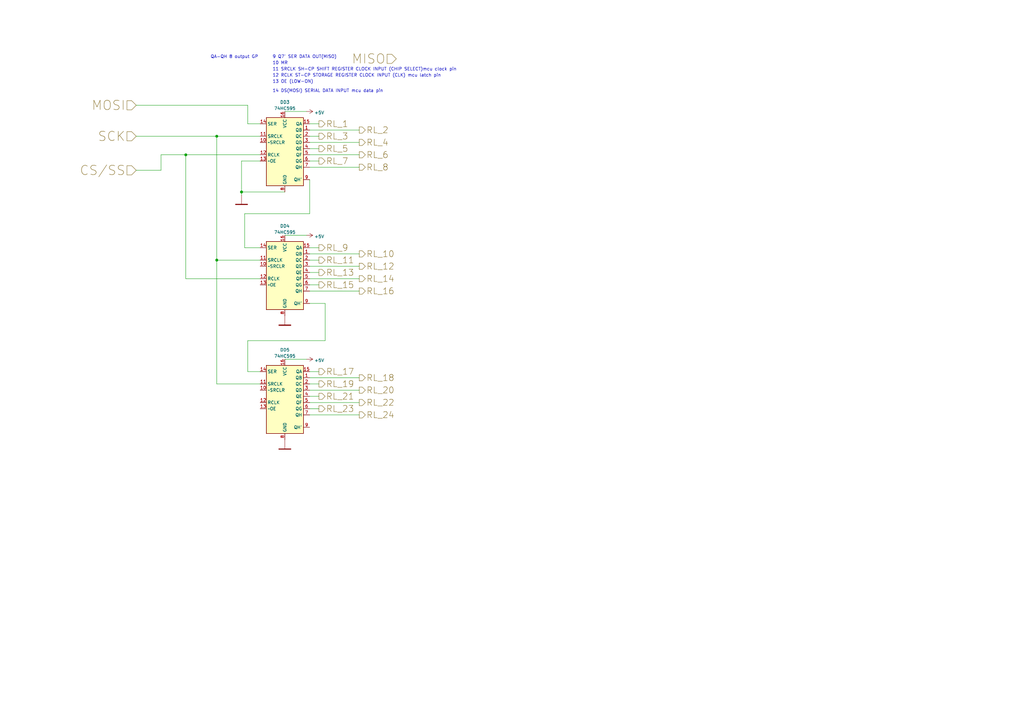
<source format=kicad_sch>
(kicad_sch (version 20210621) (generator eeschema)

  (uuid f3e9d218-bfa9-47e0-86eb-88e767012ce2)

  (paper "A3")

  (lib_symbols
    (symbol "[LTM][Power]:GND" (power) (pin_numbers hide) (pin_names (offset 0) hide) (in_bom yes) (on_board yes)
      (property "Reference" "#PWR" (id 0) (at 0 1.27 0)
        (effects (font (size 1.524 1.524)) hide)
      )
      (property "Value" "GND" (id 1) (at 0 -6.35 0)
        (effects (font (size 2.54 2.54) italic) hide)
      )
      (property "Footprint" "" (id 2) (at 0 0 0)
        (effects (font (size 1.524 1.524)))
      )
      (property "Datasheet" "" (id 3) (at 0 0 0)
        (effects (font (size 1.524 1.524)) hide)
      )
      (symbol "GND_0_1"
        (rectangle (start -2.4892 -3.683) (end 2.4892 -3.9878)
          (stroke (width 0)) (fill (type outline))
        )
        (polyline
          (pts
            (xy 0 0)
            (xy 0 -3.81)
          )
          (stroke (width 0)) (fill (type none))
        )
      )
      (symbol "GND_1_1"
        (pin power_in line (at 0 0 270) (length 0) hide
          (name "GND" (effects (font (size 1.27 1.27))))
          (number "1" (effects (font (size 1.27 1.27))))
        )
      )
    )
    (symbol "my_Library:74HC595" (in_bom yes) (on_board yes)
      (property "Reference" "DD" (id 0) (at 0 19.05 0)
        (effects (font (size 1.27 1.27)))
      )
      (property "Value" "74HC595" (id 1) (at 0 16.51 0)
        (effects (font (size 1.27 1.27)))
      )
      (property "Footprint" "my_Library_ftprint:DIP-16_W7.62mm_Socket_LongPads" (id 2) (at 0 0 0)
        (effects (font (size 1.27 1.27)) hide)
      )
      (property "Datasheet" "http://www.ti.com/lit/ds/symlink/sn74hc595.pdf" (id 3) (at 0 0 0)
        (effects (font (size 1.27 1.27)) hide)
      )
      (property "ki_keywords" "HCMOS SR 3State" (id 4) (at 0 0 0)
        (effects (font (size 1.27 1.27)) hide)
      )
      (property "ki_description" "8-bit serial in/out Shift Register 3-State Outputs" (id 5) (at 0 0 0)
        (effects (font (size 1.27 1.27)) hide)
      )
      (property "ki_fp_filters" "DIP*W7.62mm* SOIC*3.9x9.9mm*P1.27mm* TSSOP*4.4x5mm*P0.65mm* SOIC*5.3x10.2mm*P1.27mm* SOIC*7.5x10.3mm*P1.27mm*" (id 6) (at 0 0 0)
        (effects (font (size 1.27 1.27)) hide)
      )
      (symbol "74HC595_1_0"
        (pin tri_state line (at 10.16 7.62 180) (length 2.54)
          (name "QB" (effects (font (size 1.27 1.27))))
          (number "1" (effects (font (size 1.27 1.27))))
        )
        (pin input line (at -10.16 2.54 0) (length 2.54)
          (name "~SRCLR" (effects (font (size 1.27 1.27))))
          (number "10" (effects (font (size 1.27 1.27))))
        )
        (pin input line (at -10.16 5.08 0) (length 2.54)
          (name "SRCLK" (effects (font (size 1.27 1.27))))
          (number "11" (effects (font (size 1.27 1.27))))
        )
        (pin input line (at -10.16 -2.54 0) (length 2.54)
          (name "RCLK" (effects (font (size 1.27 1.27))))
          (number "12" (effects (font (size 1.27 1.27))))
        )
        (pin input line (at -10.16 -5.08 0) (length 2.54)
          (name "~OE" (effects (font (size 1.27 1.27))))
          (number "13" (effects (font (size 1.27 1.27))))
        )
        (pin input line (at -10.16 10.16 0) (length 2.54)
          (name "SER" (effects (font (size 1.27 1.27))))
          (number "14" (effects (font (size 1.27 1.27))))
        )
        (pin tri_state line (at 10.16 10.16 180) (length 2.54)
          (name "QA" (effects (font (size 1.27 1.27))))
          (number "15" (effects (font (size 1.27 1.27))))
        )
        (pin power_in line (at 0 15.24 270) (length 2.54)
          (name "VCC" (effects (font (size 1.27 1.27))))
          (number "16" (effects (font (size 1.27 1.27))))
        )
        (pin tri_state line (at 10.16 5.08 180) (length 2.54)
          (name "QC" (effects (font (size 1.27 1.27))))
          (number "2" (effects (font (size 1.27 1.27))))
        )
        (pin tri_state line (at 10.16 2.54 180) (length 2.54)
          (name "QD" (effects (font (size 1.27 1.27))))
          (number "3" (effects (font (size 1.27 1.27))))
        )
        (pin tri_state line (at 10.16 0 180) (length 2.54)
          (name "QE" (effects (font (size 1.27 1.27))))
          (number "4" (effects (font (size 1.27 1.27))))
        )
        (pin tri_state line (at 10.16 -2.54 180) (length 2.54)
          (name "QF" (effects (font (size 1.27 1.27))))
          (number "5" (effects (font (size 1.27 1.27))))
        )
        (pin tri_state line (at 10.16 -5.08 180) (length 2.54)
          (name "QG" (effects (font (size 1.27 1.27))))
          (number "6" (effects (font (size 1.27 1.27))))
        )
        (pin tri_state line (at 10.16 -7.62 180) (length 2.54)
          (name "QH" (effects (font (size 1.27 1.27))))
          (number "7" (effects (font (size 1.27 1.27))))
        )
        (pin power_in line (at 0 -17.78 90) (length 2.54)
          (name "GND" (effects (font (size 1.27 1.27))))
          (number "8" (effects (font (size 1.27 1.27))))
        )
        (pin output line (at 10.16 -12.7 180) (length 2.54)
          (name "QH'" (effects (font (size 1.27 1.27))))
          (number "9" (effects (font (size 1.27 1.27))))
        )
      )
      (symbol "74HC595_1_1"
        (rectangle (start -7.62 12.7) (end 7.62 -15.24)
          (stroke (width 0.254)) (fill (type background))
        )
      )
    )
    (symbol "power:+5V" (power) (pin_names (offset 0)) (in_bom yes) (on_board yes)
      (property "Reference" "#PWR" (id 0) (at 0 -3.81 0)
        (effects (font (size 1.27 1.27)) hide)
      )
      (property "Value" "+5V" (id 1) (at 0 3.556 0)
        (effects (font (size 1.27 1.27)))
      )
      (property "Footprint" "" (id 2) (at 0 0 0)
        (effects (font (size 1.27 1.27)) hide)
      )
      (property "Datasheet" "" (id 3) (at 0 0 0)
        (effects (font (size 1.27 1.27)) hide)
      )
      (property "ki_keywords" "power-flag" (id 4) (at 0 0 0)
        (effects (font (size 1.27 1.27)) hide)
      )
      (property "ki_description" "Power symbol creates a global label with name \"+5V\"" (id 5) (at 0 0 0)
        (effects (font (size 1.27 1.27)) hide)
      )
      (symbol "+5V_0_1"
        (polyline
          (pts
            (xy -0.762 1.27)
            (xy 0 2.54)
          )
          (stroke (width 0)) (fill (type none))
        )
        (polyline
          (pts
            (xy 0 0)
            (xy 0 2.54)
          )
          (stroke (width 0)) (fill (type none))
        )
        (polyline
          (pts
            (xy 0 2.54)
            (xy 0.762 1.27)
          )
          (stroke (width 0)) (fill (type none))
        )
      )
      (symbol "+5V_1_1"
        (pin power_in line (at 0 0 90) (length 0) hide
          (name "+5V" (effects (font (size 1.27 1.27))))
          (number "1" (effects (font (size 1.27 1.27))))
        )
      )
    )
  )

  (junction (at 76.2 63.5) (diameter 1.016) (color 0 0 0 0))
  (junction (at 88.9 55.88) (diameter 1.016) (color 0 0 0 0))
  (junction (at 88.9 106.68) (diameter 1.016) (color 0 0 0 0))
  (junction (at 99.06 78.74) (diameter 1.016) (color 0 0 0 0))

  (wire (pts (xy 55.88 43.18) (xy 101.6 43.18))
    (stroke (width 0) (type solid) (color 0 0 0 0))
    (uuid d0c3b84a-499a-40be-950c-a8d77fcbc047)
  )
  (wire (pts (xy 55.88 55.88) (xy 88.9 55.88))
    (stroke (width 0) (type solid) (color 0 0 0 0))
    (uuid c970506d-5dcb-4a17-af73-e3a70a931e5a)
  )
  (wire (pts (xy 55.88 69.85) (xy 66.04 69.85))
    (stroke (width 0) (type solid) (color 0 0 0 0))
    (uuid e863bb6f-cdad-4231-92a8-e107067b3fda)
  )
  (wire (pts (xy 66.04 63.5) (xy 66.04 69.85))
    (stroke (width 0) (type solid) (color 0 0 0 0))
    (uuid e863bb6f-cdad-4231-92a8-e107067b3fda)
  )
  (wire (pts (xy 76.2 63.5) (xy 66.04 63.5))
    (stroke (width 0) (type solid) (color 0 0 0 0))
    (uuid 3410836d-743a-4730-9e6b-508c7a36f56b)
  )
  (wire (pts (xy 76.2 63.5) (xy 76.2 114.3))
    (stroke (width 0) (type solid) (color 0 0 0 0))
    (uuid 5f2ce5ae-a6e2-439e-bca2-a14c877a8d16)
  )
  (wire (pts (xy 76.2 114.3) (xy 106.68 114.3))
    (stroke (width 0) (type solid) (color 0 0 0 0))
    (uuid 5f2ce5ae-a6e2-439e-bca2-a14c877a8d16)
  )
  (wire (pts (xy 88.9 55.88) (xy 88.9 106.68))
    (stroke (width 0) (type solid) (color 0 0 0 0))
    (uuid aaff0f9a-a3ec-4e26-95ba-30dc14da5f15)
  )
  (wire (pts (xy 88.9 55.88) (xy 106.68 55.88))
    (stroke (width 0) (type solid) (color 0 0 0 0))
    (uuid c970506d-5dcb-4a17-af73-e3a70a931e5a)
  )
  (wire (pts (xy 88.9 106.68) (xy 88.9 157.48))
    (stroke (width 0) (type solid) (color 0 0 0 0))
    (uuid 7d1322fe-7a9b-4974-b780-ad66de30368d)
  )
  (wire (pts (xy 88.9 106.68) (xy 106.68 106.68))
    (stroke (width 0) (type solid) (color 0 0 0 0))
    (uuid aaff0f9a-a3ec-4e26-95ba-30dc14da5f15)
  )
  (wire (pts (xy 88.9 157.48) (xy 106.68 157.48))
    (stroke (width 0) (type solid) (color 0 0 0 0))
    (uuid 7d1322fe-7a9b-4974-b780-ad66de30368d)
  )
  (wire (pts (xy 99.06 66.04) (xy 99.06 78.74))
    (stroke (width 0) (type solid) (color 0 0 0 0))
    (uuid d72e4527-46de-4374-8887-0ae2f1226920)
  )
  (wire (pts (xy 99.06 78.74) (xy 99.06 80.01))
    (stroke (width 0) (type solid) (color 0 0 0 0))
    (uuid d72e4527-46de-4374-8887-0ae2f1226920)
  )
  (wire (pts (xy 99.06 78.74) (xy 116.84 78.74))
    (stroke (width 0) (type solid) (color 0 0 0 0))
    (uuid b35db7d5-4699-41f5-b2a8-cbb39539178c)
  )
  (wire (pts (xy 100.33 87.63) (xy 100.33 101.6))
    (stroke (width 0) (type solid) (color 0 0 0 0))
    (uuid 7cc71f8d-1892-466f-a84e-be98c1a09980)
  )
  (wire (pts (xy 100.33 87.63) (xy 127 87.63))
    (stroke (width 0) (type solid) (color 0 0 0 0))
    (uuid a360568a-a883-4be3-b5fb-a54d432bbcb6)
  )
  (wire (pts (xy 100.33 101.6) (xy 106.68 101.6))
    (stroke (width 0) (type solid) (color 0 0 0 0))
    (uuid d154373a-5f86-47b4-83a1-2b7d756b18b1)
  )
  (wire (pts (xy 101.6 43.18) (xy 101.6 50.8))
    (stroke (width 0) (type solid) (color 0 0 0 0))
    (uuid d0c3b84a-499a-40be-950c-a8d77fcbc047)
  )
  (wire (pts (xy 101.6 50.8) (xy 106.68 50.8))
    (stroke (width 0) (type solid) (color 0 0 0 0))
    (uuid d0c3b84a-499a-40be-950c-a8d77fcbc047)
  )
  (wire (pts (xy 101.6 139.7) (xy 101.6 152.4))
    (stroke (width 0) (type solid) (color 0 0 0 0))
    (uuid 0be76d90-77c0-42ce-b99a-c108d15fc0c0)
  )
  (wire (pts (xy 101.6 152.4) (xy 106.68 152.4))
    (stroke (width 0) (type solid) (color 0 0 0 0))
    (uuid 0be76d90-77c0-42ce-b99a-c108d15fc0c0)
  )
  (wire (pts (xy 106.68 63.5) (xy 76.2 63.5))
    (stroke (width 0) (type solid) (color 0 0 0 0))
    (uuid 3410836d-743a-4730-9e6b-508c7a36f56b)
  )
  (wire (pts (xy 106.68 66.04) (xy 99.06 66.04))
    (stroke (width 0) (type solid) (color 0 0 0 0))
    (uuid d72e4527-46de-4374-8887-0ae2f1226920)
  )
  (wire (pts (xy 116.84 45.72) (xy 125.73 45.72))
    (stroke (width 0) (type solid) (color 0 0 0 0))
    (uuid a3eabdb4-06dc-4352-8991-1399e4e7e04c)
  )
  (wire (pts (xy 116.84 96.52) (xy 125.73 96.52))
    (stroke (width 0) (type solid) (color 0 0 0 0))
    (uuid 868964f3-1cd2-4df3-a0c7-40bcf25507f1)
  )
  (wire (pts (xy 116.84 147.32) (xy 125.73 147.32))
    (stroke (width 0) (type solid) (color 0 0 0 0))
    (uuid 075aaf6c-8fbe-400a-bd4e-d48fdd1ba075)
  )
  (wire (pts (xy 127 50.8) (xy 130.81 50.8))
    (stroke (width 0) (type solid) (color 0 0 0 0))
    (uuid a48ea6dd-21eb-41fd-9dc7-f8b76e7d92e5)
  )
  (wire (pts (xy 127 53.34) (xy 147.32 53.34))
    (stroke (width 0) (type solid) (color 0 0 0 0))
    (uuid 4d10af38-6cc1-4a4d-82bb-b99acf899819)
  )
  (wire (pts (xy 127 55.88) (xy 130.81 55.88))
    (stroke (width 0) (type solid) (color 0 0 0 0))
    (uuid 13a3a6e8-44c6-4e4f-b9d7-622c1c08d758)
  )
  (wire (pts (xy 127 58.42) (xy 147.32 58.42))
    (stroke (width 0) (type solid) (color 0 0 0 0))
    (uuid aa1e8fd0-9be1-447c-b7a2-5b3294dd983e)
  )
  (wire (pts (xy 127 60.96) (xy 130.81 60.96))
    (stroke (width 0) (type solid) (color 0 0 0 0))
    (uuid 84464536-db26-4624-92f1-49830602cda5)
  )
  (wire (pts (xy 127 63.5) (xy 147.32 63.5))
    (stroke (width 0) (type solid) (color 0 0 0 0))
    (uuid 270e7ce9-3c9c-473f-a37b-d86bf6d1f40a)
  )
  (wire (pts (xy 127 66.04) (xy 130.81 66.04))
    (stroke (width 0) (type solid) (color 0 0 0 0))
    (uuid 897c3102-d52f-478e-a09c-527bb1ca95b2)
  )
  (wire (pts (xy 127 68.58) (xy 147.32 68.58))
    (stroke (width 0) (type solid) (color 0 0 0 0))
    (uuid bf740da8-f138-4c49-909b-50189e464bbc)
  )
  (wire (pts (xy 127 73.66) (xy 127 87.63))
    (stroke (width 0) (type solid) (color 0 0 0 0))
    (uuid a360568a-a883-4be3-b5fb-a54d432bbcb6)
  )
  (wire (pts (xy 127 101.6) (xy 130.81 101.6))
    (stroke (width 0) (type solid) (color 0 0 0 0))
    (uuid fa1522e6-609e-4bcb-be9b-d620c20ffebf)
  )
  (wire (pts (xy 127 104.14) (xy 147.32 104.14))
    (stroke (width 0) (type solid) (color 0 0 0 0))
    (uuid 7add41fc-b16c-4254-891d-b416432f36f1)
  )
  (wire (pts (xy 127 106.68) (xy 130.81 106.68))
    (stroke (width 0) (type solid) (color 0 0 0 0))
    (uuid dabd554c-a46b-4838-8807-158f208c85ae)
  )
  (wire (pts (xy 127 109.22) (xy 147.32 109.22))
    (stroke (width 0) (type solid) (color 0 0 0 0))
    (uuid 9d4fba5f-6acc-4fd9-b997-6eb8767b56b6)
  )
  (wire (pts (xy 127 111.76) (xy 130.81 111.76))
    (stroke (width 0) (type solid) (color 0 0 0 0))
    (uuid 26f0d96c-bd73-487c-84c2-f59d26a88d93)
  )
  (wire (pts (xy 127 114.3) (xy 147.32 114.3))
    (stroke (width 0) (type solid) (color 0 0 0 0))
    (uuid fa427db4-734a-40cf-8d1b-3c004d8ba68a)
  )
  (wire (pts (xy 127 116.84) (xy 130.81 116.84))
    (stroke (width 0) (type solid) (color 0 0 0 0))
    (uuid 33c562c2-bf81-475e-a4b4-51cd5290641b)
  )
  (wire (pts (xy 127 119.38) (xy 147.32 119.38))
    (stroke (width 0) (type solid) (color 0 0 0 0))
    (uuid 792578a8-c5ea-441d-823a-a2814764c45c)
  )
  (wire (pts (xy 127 124.46) (xy 133.35 124.46))
    (stroke (width 0) (type solid) (color 0 0 0 0))
    (uuid 0be76d90-77c0-42ce-b99a-c108d15fc0c0)
  )
  (wire (pts (xy 127 152.4) (xy 130.81 152.4))
    (stroke (width 0) (type solid) (color 0 0 0 0))
    (uuid c3490dd9-85f4-46af-8c8b-16c1180d83a5)
  )
  (wire (pts (xy 127 154.94) (xy 147.32 154.94))
    (stroke (width 0) (type solid) (color 0 0 0 0))
    (uuid 2aa04d52-624b-4e78-a95b-780466ad9203)
  )
  (wire (pts (xy 127 157.48) (xy 130.81 157.48))
    (stroke (width 0) (type solid) (color 0 0 0 0))
    (uuid bfbfc3e3-c0ef-40d5-a489-7b0b324c9030)
  )
  (wire (pts (xy 127 160.02) (xy 147.32 160.02))
    (stroke (width 0) (type solid) (color 0 0 0 0))
    (uuid 4922e939-dff0-4f9e-92bb-a902a06ef173)
  )
  (wire (pts (xy 127 162.56) (xy 130.81 162.56))
    (stroke (width 0) (type solid) (color 0 0 0 0))
    (uuid 9b15d3dd-00ef-4602-8516-26e53cfbb52f)
  )
  (wire (pts (xy 127 165.1) (xy 147.32 165.1))
    (stroke (width 0) (type solid) (color 0 0 0 0))
    (uuid eaa2b966-d847-4fef-97b1-149d874c473c)
  )
  (wire (pts (xy 127 167.64) (xy 130.81 167.64))
    (stroke (width 0) (type solid) (color 0 0 0 0))
    (uuid 5a3e515b-0d86-49eb-9bbe-450533da2a0e)
  )
  (wire (pts (xy 127 170.18) (xy 147.32 170.18))
    (stroke (width 0) (type solid) (color 0 0 0 0))
    (uuid fe624995-ed24-448b-aef6-0b49f93cb80b)
  )
  (wire (pts (xy 133.35 124.46) (xy 133.35 139.7))
    (stroke (width 0) (type solid) (color 0 0 0 0))
    (uuid 0be76d90-77c0-42ce-b99a-c108d15fc0c0)
  )
  (wire (pts (xy 133.35 139.7) (xy 101.6 139.7))
    (stroke (width 0) (type solid) (color 0 0 0 0))
    (uuid 0be76d90-77c0-42ce-b99a-c108d15fc0c0)
  )

  (text "QA-QH 8 output GP" (at 86.36 24.13 0)
    (effects (font (size 1.27 1.27)) (justify left bottom))
    (uuid 80f09846-5f70-4e31-972f-455495216e87)
  )
  (text "9 Q7' SER DATA OUT(MISO)" (at 111.76 24.13 0)
    (effects (font (size 1.27 1.27)) (justify left bottom))
    (uuid 869aa4db-4455-4ed2-9267-bcd025124b32)
  )
  (text "10 MR" (at 111.76 26.67 0)
    (effects (font (size 1.27 1.27)) (justify left bottom))
    (uuid a1f13f0f-69bd-4568-8f62-f04e52be0cd8)
  )
  (text "11 SRCLK SH-CP SHIFT REGISTER CLOCK INPUT (CHIP SELECT)mcu clock pin"
    (at 111.76 29.21 0)
    (effects (font (size 1.27 1.27)) (justify left bottom))
    (uuid 4d96845f-c9bb-4edf-94e0-deed610f2f39)
  )
  (text "12 RCLK ST-CP STORAGE REGISTER CLOCK INPUT (CLK) mcu latch pin"
    (at 111.76 31.75 0)
    (effects (font (size 1.27 1.27)) (justify left bottom))
    (uuid 2807d9f6-8e02-4b6b-94ac-72b3d2e25b52)
  )
  (text "13 OE (LOW-ON)" (at 111.76 34.29 0)
    (effects (font (size 1.27 1.27)) (justify left bottom))
    (uuid 72a97262-4c81-4421-bce6-faf540dd31a4)
  )
  (text "14 DS(MOSI) SERIAL DATA INPUT mcu data pin" (at 111.76 38.1 0)
    (effects (font (size 1.27 1.27)) (justify left bottom))
    (uuid 8f52bec4-9b80-4c6b-b5fb-a1b76fc161b7)
  )

  (hierarchical_label "MOSI" (shape input) (at 55.88 43.18 180)
    (effects (font (size 3.81 3.81)) (justify right))
    (uuid 44c2bc6e-7a0d-4100-91ef-dd822866c5b3)
  )
  (hierarchical_label "SCK" (shape input) (at 55.88 55.88 180)
    (effects (font (size 3.81 3.81)) (justify right))
    (uuid a906b3c5-5c2f-49d5-98b2-2fb7da77f75f)
  )
  (hierarchical_label "CS{slash}SS" (shape input) (at 55.88 69.85 180)
    (effects (font (size 3.81 3.81)) (justify right))
    (uuid 99b21892-6e60-492f-b2ec-626599bf800c)
  )
  (hierarchical_label "RL_1" (shape output) (at 130.81 50.8 0)
    (effects (font (size 2.54 2.54)) (justify left))
    (uuid 39500142-2aaa-483e-b2a6-83b52a02f5da)
  )
  (hierarchical_label "RL_3" (shape output) (at 130.81 55.88 0)
    (effects (font (size 2.54 2.54)) (justify left))
    (uuid aa6baade-e91d-492c-b6e4-c036d8ec208c)
  )
  (hierarchical_label "RL_5" (shape output) (at 130.81 60.96 0)
    (effects (font (size 2.54 2.54)) (justify left))
    (uuid b0a9b8ef-4761-4cfb-8943-ac39f67feb5a)
  )
  (hierarchical_label "RL_7" (shape output) (at 130.81 66.04 0)
    (effects (font (size 2.54 2.54)) (justify left))
    (uuid 0352cc75-9274-45f8-ad82-0306dddeaea3)
  )
  (hierarchical_label "RL_9" (shape output) (at 130.81 101.6 0)
    (effects (font (size 2.54 2.54)) (justify left))
    (uuid 02ca892f-11a6-4ebb-9694-e928fe67a126)
  )
  (hierarchical_label "RL_11" (shape output) (at 130.81 106.68 0)
    (effects (font (size 2.54 2.54)) (justify left))
    (uuid 2d721a57-b6cb-4441-81e0-6088155fc7e2)
  )
  (hierarchical_label "RL_13" (shape output) (at 130.81 111.76 0)
    (effects (font (size 2.54 2.54)) (justify left))
    (uuid e7c238f3-68b6-4b56-a892-5defdd0a490d)
  )
  (hierarchical_label "RL_15" (shape output) (at 130.81 116.84 0)
    (effects (font (size 2.54 2.54)) (justify left))
    (uuid d67ef5dd-7513-4aad-8c5f-2dd2c984f937)
  )
  (hierarchical_label "RL_17" (shape output) (at 130.81 152.4 0)
    (effects (font (size 2.54 2.54)) (justify left))
    (uuid b1eadaf1-3cd3-4fcd-8317-948177c8cf42)
  )
  (hierarchical_label "RL_19" (shape output) (at 130.81 157.48 0)
    (effects (font (size 2.54 2.54)) (justify left))
    (uuid 179042de-4bb5-4163-b02a-5b695053ad58)
  )
  (hierarchical_label "RL_21" (shape output) (at 130.81 162.56 0)
    (effects (font (size 2.54 2.54)) (justify left))
    (uuid 424e76df-5f7a-4cf8-8e59-8c535895be1f)
  )
  (hierarchical_label "RL_23" (shape output) (at 130.81 167.64 0)
    (effects (font (size 2.54 2.54)) (justify left))
    (uuid 2de005c1-3e78-401e-8157-67002b1b69ac)
  )
  (hierarchical_label "RL_2" (shape output) (at 147.32 53.34 0)
    (effects (font (size 2.54 2.54)) (justify left))
    (uuid 1bcbf55d-685e-405d-9d54-c7d2b0c5b9ce)
  )
  (hierarchical_label "RL_4" (shape output) (at 147.32 58.42 0)
    (effects (font (size 2.54 2.54)) (justify left))
    (uuid 1b9014f4-8c0f-44e1-a04a-44cfb94dd0f1)
  )
  (hierarchical_label "RL_6" (shape output) (at 147.32 63.5 0)
    (effects (font (size 2.54 2.54)) (justify left))
    (uuid adc90fbc-ff04-4130-a497-1bbb8bbc5126)
  )
  (hierarchical_label "RL_8" (shape output) (at 147.32 68.58 0)
    (effects (font (size 2.54 2.54)) (justify left))
    (uuid de71ea69-435d-4992-b853-12fb84506cee)
  )
  (hierarchical_label "RL_10" (shape output) (at 147.32 104.14 0)
    (effects (font (size 2.54 2.54)) (justify left))
    (uuid e503adb3-2a6b-4f34-a83a-4fee91cbffb7)
  )
  (hierarchical_label "RL_12" (shape output) (at 147.32 109.22 0)
    (effects (font (size 2.54 2.54)) (justify left))
    (uuid 4cf7c313-f9ec-49c4-8250-5061d9bcf97f)
  )
  (hierarchical_label "RL_14" (shape output) (at 147.32 114.3 0)
    (effects (font (size 2.54 2.54)) (justify left))
    (uuid af39999a-25f5-4a4c-a0eb-7ab7230f0e9f)
  )
  (hierarchical_label "RL_16" (shape output) (at 147.32 119.38 0)
    (effects (font (size 2.54 2.54)) (justify left))
    (uuid 2a61f0f2-a064-4291-9b23-4e31131de45a)
  )
  (hierarchical_label "RL_18" (shape output) (at 147.32 154.94 0)
    (effects (font (size 2.54 2.54)) (justify left))
    (uuid d8934fd9-9020-4169-a4d1-aed5e61cf6c6)
  )
  (hierarchical_label "RL_20" (shape output) (at 147.32 160.02 0)
    (effects (font (size 2.54 2.54)) (justify left))
    (uuid 0d40686c-aceb-47e6-9cf3-90b91e111287)
  )
  (hierarchical_label "RL_22" (shape output) (at 147.32 165.1 0)
    (effects (font (size 2.54 2.54)) (justify left))
    (uuid 80f3bcd4-5855-4f30-b784-34de7f67a567)
  )
  (hierarchical_label "RL_24" (shape output) (at 147.32 170.18 0)
    (effects (font (size 2.54 2.54)) (justify left))
    (uuid a8b9d8d3-b109-435c-8029-ad207770b8fb)
  )
  (hierarchical_label "MISO" (shape input) (at 162.56 24.13 180)
    (effects (font (size 3.81 3.81)) (justify right))
    (uuid aa421ddd-e3dd-4c1c-b913-7e1511eccecb)
  )

  (symbol (lib_id "power:+5V") (at 125.73 45.72 270) (unit 1)
    (in_bom yes) (on_board yes) (fields_autoplaced)
    (uuid f0226d06-3d73-43df-897f-d3ad0d0d8c33)
    (property "Reference" "#PWR016" (id 0) (at 121.92 45.72 0)
      (effects (font (size 1.27 1.27)) hide)
    )
    (property "Value" "+5V" (id 1) (at 128.9051 46.199 90)
      (effects (font (size 1.27 1.27)) (justify left))
    )
    (property "Footprint" "" (id 2) (at 125.73 45.72 0)
      (effects (font (size 1.27 1.27)) hide)
    )
    (property "Datasheet" "" (id 3) (at 125.73 45.72 0)
      (effects (font (size 1.27 1.27)) hide)
    )
    (pin "1" (uuid 297535c7-4441-4444-b376-2a48d92bfb0b))
  )

  (symbol (lib_id "power:+5V") (at 125.73 96.52 270) (unit 1)
    (in_bom yes) (on_board yes) (fields_autoplaced)
    (uuid 911a141d-b339-46e2-b4ec-fc5029ea1474)
    (property "Reference" "#PWR017" (id 0) (at 121.92 96.52 0)
      (effects (font (size 1.27 1.27)) hide)
    )
    (property "Value" "+5V" (id 1) (at 128.9051 96.999 90)
      (effects (font (size 1.27 1.27)) (justify left))
    )
    (property "Footprint" "" (id 2) (at 125.73 96.52 0)
      (effects (font (size 1.27 1.27)) hide)
    )
    (property "Datasheet" "" (id 3) (at 125.73 96.52 0)
      (effects (font (size 1.27 1.27)) hide)
    )
    (pin "1" (uuid 09ea96dc-5ac8-4170-bf9a-daf8ef868904))
  )

  (symbol (lib_id "power:+5V") (at 125.73 147.32 270) (unit 1)
    (in_bom yes) (on_board yes) (fields_autoplaced)
    (uuid 646e0b18-e2a2-4054-af41-c4512c5512ea)
    (property "Reference" "#PWR018" (id 0) (at 121.92 147.32 0)
      (effects (font (size 1.27 1.27)) hide)
    )
    (property "Value" "+5V" (id 1) (at 128.9051 147.799 90)
      (effects (font (size 1.27 1.27)) (justify left))
    )
    (property "Footprint" "" (id 2) (at 125.73 147.32 0)
      (effects (font (size 1.27 1.27)) hide)
    )
    (property "Datasheet" "" (id 3) (at 125.73 147.32 0)
      (effects (font (size 1.27 1.27)) hide)
    )
    (pin "1" (uuid ca1b29d2-95ff-4dc8-8e8a-0931580995e8))
  )

  (symbol (lib_id "[LTM][Power]:GND") (at 99.06 80.01 0) (unit 1)
    (in_bom yes) (on_board yes) (fields_autoplaced)
    (uuid 97b859ad-f4ea-4830-b8af-347874e2bdc3)
    (property "Reference" "#PWR013" (id 0) (at 99.06 78.74 0)
      (effects (font (size 1.524 1.524)) hide)
    )
    (property "Value" "Earth" (id 1) (at 99.06 87.63 0)
      (effects (font (size 2.0066 2.0066)) hide)
    )
    (property "Footprint" "" (id 2) (at 99.06 80.01 0)
      (effects (font (size 1.524 1.524)))
    )
    (property "Datasheet" "" (id 3) (at 99.06 80.01 0)
      (effects (font (size 1.524 1.524)) hide)
    )
    (pin "1" (uuid e8478f78-6947-4e62-86d7-6357368b4e1a))
  )

  (symbol (lib_id "[LTM][Power]:GND") (at 116.84 129.54 0) (unit 1)
    (in_bom yes) (on_board yes) (fields_autoplaced)
    (uuid 3c1e6fa3-324c-48fb-9bf3-7cc45be5ba0c)
    (property "Reference" "#PWR014" (id 0) (at 116.84 128.27 0)
      (effects (font (size 1.524 1.524)) hide)
    )
    (property "Value" "Earth" (id 1) (at 116.84 137.16 0)
      (effects (font (size 2.0066 2.0066)) hide)
    )
    (property "Footprint" "" (id 2) (at 116.84 129.54 0)
      (effects (font (size 1.524 1.524)))
    )
    (property "Datasheet" "" (id 3) (at 116.84 129.54 0)
      (effects (font (size 1.524 1.524)) hide)
    )
    (pin "1" (uuid d5e129bb-3236-4494-b0f2-edc11b82edae))
  )

  (symbol (lib_id "[LTM][Power]:GND") (at 116.84 180.34 0) (unit 1)
    (in_bom yes) (on_board yes) (fields_autoplaced)
    (uuid 466ea396-ce3d-433d-9a71-7cc5536c5f95)
    (property "Reference" "#PWR015" (id 0) (at 116.84 179.07 0)
      (effects (font (size 1.524 1.524)) hide)
    )
    (property "Value" "Earth" (id 1) (at 116.84 187.96 0)
      (effects (font (size 2.0066 2.0066)) hide)
    )
    (property "Footprint" "" (id 2) (at 116.84 180.34 0)
      (effects (font (size 1.524 1.524)))
    )
    (property "Datasheet" "" (id 3) (at 116.84 180.34 0)
      (effects (font (size 1.524 1.524)) hide)
    )
    (pin "1" (uuid 45503e2d-2085-4f8a-9af2-30e550ad4121))
  )

  (symbol (lib_id "my_Library:74HC595") (at 116.84 60.96 0) (unit 1)
    (in_bom yes) (on_board yes) (fields_autoplaced)
    (uuid e85be47c-caff-4854-9771-4e02a8934051)
    (property "Reference" "DD3" (id 0) (at 116.84 41.91 0))
    (property "Value" "74HC595" (id 1) (at 116.84 44.45 0))
    (property "Footprint" "my_Library_ftprint:DIP-16_W7.62mm_Socket_LongPads" (id 2) (at 116.84 60.96 0)
      (effects (font (size 1.27 1.27)) hide)
    )
    (property "Datasheet" "http://www.ti.com/lit/ds/symlink/sn74hc595.pdf" (id 3) (at 116.84 60.96 0)
      (effects (font (size 1.27 1.27)) hide)
    )
    (pin "1" (uuid 7589283d-e242-45a1-a7d3-b62cec80a61b))
    (pin "10" (uuid c9434d8f-0193-42e9-bd83-0f99a050a9c0))
    (pin "11" (uuid 62a9f3b0-5238-423c-a94a-aac68fc20567))
    (pin "12" (uuid 83554aed-81f5-475f-bad5-3656d7850f23))
    (pin "13" (uuid e402be13-aa89-4f14-b261-b4501bcd9d0d))
    (pin "14" (uuid ce87a639-515e-4a53-a5c9-d4df079e7ca8))
    (pin "15" (uuid e92c59c9-a577-4f23-8ba8-de0cbdd1ffb4))
    (pin "16" (uuid 75b008f1-6e52-4733-97c2-f65d3c0ccfb6))
    (pin "2" (uuid 099c52b6-9b0b-4cf4-b052-95ef2bf97da6))
    (pin "3" (uuid 65f634e5-5f58-4a70-806a-409c29c8015c))
    (pin "4" (uuid c0d78013-09ae-4e0f-94e7-a95994cecb33))
    (pin "5" (uuid 04a054bf-d5b6-4c72-aed4-a23656bee92b))
    (pin "6" (uuid fef825cb-cc24-486a-9826-3e511496955a))
    (pin "7" (uuid 2b97e7ca-2fe9-4d16-b5b0-5efacfcfed0c))
    (pin "8" (uuid 8e004cc5-61e8-494c-aa81-55c2d102c4aa))
    (pin "9" (uuid bcb977ed-7451-44c3-bcf1-30dd6ff5b56f))
  )

  (symbol (lib_id "my_Library:74HC595") (at 116.84 111.76 0) (unit 1)
    (in_bom yes) (on_board yes) (fields_autoplaced)
    (uuid 25dc7f5e-ce1a-41a9-973e-8b9283c384f9)
    (property "Reference" "DD4" (id 0) (at 116.84 92.71 0))
    (property "Value" "74HC595" (id 1) (at 116.84 95.25 0))
    (property "Footprint" "my_Library_ftprint:DIP-16_W7.62mm_Socket_LongPads" (id 2) (at 116.84 111.76 0)
      (effects (font (size 1.27 1.27)) hide)
    )
    (property "Datasheet" "http://www.ti.com/lit/ds/symlink/sn74hc595.pdf" (id 3) (at 116.84 111.76 0)
      (effects (font (size 1.27 1.27)) hide)
    )
    (pin "1" (uuid b18abc9c-5cec-4c39-a403-b94167339677))
    (pin "10" (uuid 9e397745-c265-4dae-845d-aa8776c39c2b))
    (pin "11" (uuid 72ca3a05-aaab-43a7-87bc-fde0f7a0871d))
    (pin "12" (uuid ce9121e2-4d96-4408-883e-11e59dadcecc))
    (pin "13" (uuid 3bd12ca4-fc6d-4114-b02a-e296f63afa04))
    (pin "14" (uuid 3b1c02b8-7b22-4788-8077-fb78c8888173))
    (pin "15" (uuid 89d2fd89-fce8-4e3f-b389-e665cd1b9b10))
    (pin "16" (uuid 139bcedb-8058-4ff1-a4d2-fbcbc75bae2c))
    (pin "2" (uuid d0712d99-0812-47d6-bbec-980cb542a52a))
    (pin "3" (uuid cf2889df-88f9-4902-a79d-3cda8c06c558))
    (pin "4" (uuid 08a7e29f-347b-45bd-be19-7f9e198e82fd))
    (pin "5" (uuid 469944b1-14c7-49f9-839d-fa8e7f5a9b22))
    (pin "6" (uuid e6008bb7-19a7-4ecb-a468-abe93b287971))
    (pin "7" (uuid 82c115e0-e653-4de7-9162-1f445b874c78))
    (pin "8" (uuid 32d59017-66e2-4f84-b88b-39a87a14e93a))
    (pin "9" (uuid ec141a0d-3c6a-4755-a1c2-97b9a536fe29))
  )

  (symbol (lib_id "my_Library:74HC595") (at 116.84 162.56 0) (unit 1)
    (in_bom yes) (on_board yes) (fields_autoplaced)
    (uuid 0fe7c98b-0fb4-42f5-9147-267bdfb2203a)
    (property "Reference" "DD5" (id 0) (at 116.84 143.51 0))
    (property "Value" "74HC595" (id 1) (at 116.84 146.05 0))
    (property "Footprint" "my_Library_ftprint:DIP-16_W7.62mm_Socket_LongPads" (id 2) (at 116.84 162.56 0)
      (effects (font (size 1.27 1.27)) hide)
    )
    (property "Datasheet" "http://www.ti.com/lit/ds/symlink/sn74hc595.pdf" (id 3) (at 116.84 162.56 0)
      (effects (font (size 1.27 1.27)) hide)
    )
    (pin "1" (uuid 64000144-d1e6-4ea8-86eb-d48df7c48314))
    (pin "10" (uuid 7b013640-6347-4bdf-8534-4c62fdf61733))
    (pin "11" (uuid 1d43e304-fd50-4df4-b64a-55cede5613fd))
    (pin "12" (uuid 8cebd2fa-e134-475c-8530-8cb4e366d3e5))
    (pin "13" (uuid 9769f26d-7379-41a0-8166-b870cc0b723f))
    (pin "14" (uuid 9dc5ddd4-d98e-4f85-9665-d61fb00a5582))
    (pin "15" (uuid 411a6cb1-a8a5-49e4-8509-28368c05274a))
    (pin "16" (uuid 6d63d8fa-2c2e-4627-81da-db15e6bdecc0))
    (pin "2" (uuid 619ee7d0-b500-4582-92b1-f43acd416936))
    (pin "3" (uuid d15736b2-4508-43bf-85b4-4e9a5029c847))
    (pin "4" (uuid b7c5fd7a-347c-400a-ad9e-bf6f77b100e6))
    (pin "5" (uuid b4a5cffa-f972-4d2c-a7cc-a8415506b0ea))
    (pin "6" (uuid 541af478-53ba-4a2d-aed3-c63950e32b1e))
    (pin "7" (uuid 4c7cbed7-cd42-4e69-aded-f8cd0416197a))
    (pin "8" (uuid 5b931559-14a3-4c36-8edb-80b8596d2fa7))
    (pin "9" (uuid 35ca75a1-cc50-44bf-b865-36e9e4818020))
  )
)

</source>
